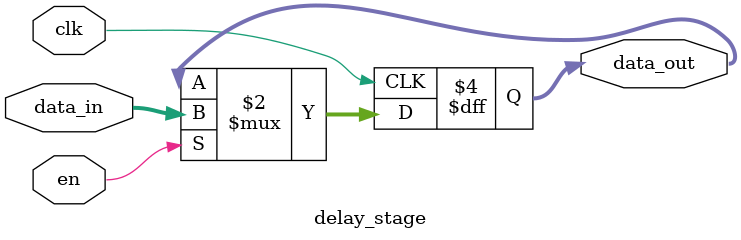
<source format=sv>
module async_delay_buf #(
    parameter DW = 8,
    parameter DEPTH = 3
)(
    input  wire         clk,
    input  wire         en,
    input  wire [DW-1:0] data_in,
    output wire [DW-1:0] data_out
);
    // Internal signals for connecting stages
    wire [DW-1:0] stage_connections[0:DEPTH];
    
    // Map input to first stage
    assign stage_connections[0] = data_in;
    
    // Generate delay stages
    genvar i;
    generate
        for (i = 0; i < DEPTH; i = i + 1) begin : delay_stages
            delay_stage #(
                .DW(DW)
            ) stage_inst (
                .clk(clk),
                .en(en),
                .data_in(stage_connections[i]),
                .data_out(stage_connections[i+1])
            );
        end
    endgenerate
    
    // Map final stage to output
    assign data_out = stage_connections[DEPTH];
    
endmodule

// Single-stage delay buffer
module delay_stage #(
    parameter DW = 8
)(
    input  wire         clk,
    input  wire         en,
    input  wire [DW-1:0] data_in,
    output reg  [DW-1:0] data_out
);
    
    always @(posedge clk)
        if (en)
            data_out <= data_in;
            
endmodule
</source>
